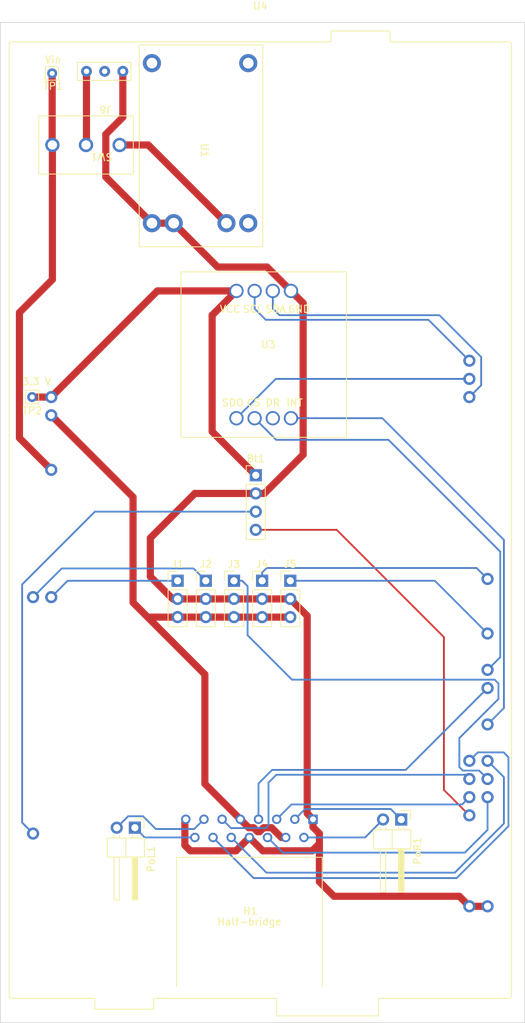
<source format=kicad_pcb>
(kicad_pcb (version 20211014) (generator pcbnew)
  (layers (0 "F.Cu" signal) (31 "B.Cu" power) (34 "B.Paste" user) (35 "F.Paste" user) (36 "B.SilkS" user "B.Silkscreen") (37 "F.SilkS" user "F.Silkscreen") (38 "B.Mask" user) (39 "F.Mask" user) (44 "Edge.Cuts" user))
  (net 0 "")
  (net 1 "GND")
  (net 2 "Net-(H1-Pad2)")
  (net 3 "Net-(H1-Pad3)")
  (net 4 "/3.3V")
  (net 5 "Net-(H1-Pad13)")
  (net 6 "Net-(H1-Pad14)")
  (net 7 "Net-(U3-Pad2)")
  (net 9 "Net-(U3-Pad4)")
  (net 10 "Net-(U3-Pad6)")
  (net 11 "Net-(U3-Pad7)")
  (net 12 "Net-(J3-Pad1)")
  (net 13 "/5V")
  (net 18 "/Vin")
  (net 19 "/chrg+")
  (net 20 "/Batt+")
  (net 21 "Net-(J2-Pad1)")
  (net 22 "Net-(Bt1-Pad3)")
  (net 23 "Net-(U3-Pad1)")
  (net 24 "Net-(J1-Pad1)")
  (net 25 "Net-(H1-Pad7)")
  (net 26 "Net-(H1-Pad12)")
  (net 27 "Net-(H1-Pad10)")
  (net 28 "Net-(H1-Pad11)")
  (net 29 "Net-(J4-Pad1)")
  (net 30 "Net-(H1-Pad5)")
  (net 31 "Net-(H1-Pad6)")
  (net 32 "Net-(Bt1-Pad4)")
  (net 33 "Net-(J5-Pad1)")
  (footprint "Connector_PinHeader_2.54mm:PinHeader_1x03_P2.54mm_Vertical" (layer "F.Cu") (at 126.746 110.744)
    (fp_text reference "J3" (at 0 -2.286) (layer "F.SilkS"))
    (fp_text value "IR_sensor")
    (fp_line (start -1.33 1.27) (end -1.33 6.41) (layer "F.SilkS") (width 0.12))
    (fp_line (start -1.33 6.41) (end 1.33 6.41) (layer "F.SilkS") (width 0.12))
    (fp_line (start -1.33 0) (end -1.33 -1.33) (layer "F.SilkS") (width 0.12))
    (fp_line (start -1.33 -1.33) (end 0 -1.33) (layer "F.SilkS") (width 0.12))
    (fp_line (start 1.33 1.27) (end 1.33 6.41) (layer "F.SilkS") (width 0.12))
    (fp_line (start -1.33 1.27) (end 1.33 1.27) (layer "F.SilkS") (width 0.12))
    (pad "1" thru_hole rect (at 0 0) (size 1.7 1.7) (drill 1) (layers *.Cu *.Mask) (net 12 "Net-(J3-Pad1)"))
    (pad "2" thru_hole oval (at 0 2.54) (size 1.7 1.7) (drill 1) (layers *.Cu *.Mask) (net 1 "GND"))
    (pad "3" thru_hole oval (at 0 5.08) (size 1.7 1.7) (drill 1) (layers *.Cu *.Mask) (net 13 "/5V"))
  )
  (footprint "Connector_PinHeader_2.54mm:PinHeader_1x02_P2.54mm_Horizontal" (layer "F.Cu") (at 112.908 145.234 -90)
    (fp_text reference "PoL1" (at 4.385 -2.27 90) (layer "F.SilkS"))
    (fp_text value "DC-motor_L")
    (fp_line (start 4.1 0.16) (end 10.1 0.16) (layer "F.SilkS") (width 0.12))
    (fp_line (start 1.44 3.87) (end 4.1 3.87) (layer "F.SilkS") (width 0.12))
    (fp_line (start 1.44 1.27) (end 4.1 1.27) (layer "F.SilkS") (width 0.12))
    (fp_line (start 1.042929 2.92) (end 1.44 2.92) (layer "F.SilkS") (width 0.12))
    (fp_line (start 1.11 -0.38) (end 1.44 -0.38) (layer "F.SilkS") (width 0.12))
    (fp_line (start 4.1 -0.32) (end 10.1 -0.32) (layer "F.SilkS") (width 0.12))
    (fp_line (start -1.27 0) (end -1.27 -1.27) (layer "F.SilkS") (width 0.12))
    (fp_line (start 10.1 0.38) (end 4.1 0.38) (layer "F.SilkS") (width 0.12))
    (fp_line (start 4.1 0.28) (end 10.1 0.28) (layer "F.SilkS") (width 0.12))
    (fp_line (start 1.042929 2.16) (end 1.44 2.16) (layer "F.SilkS") (width 0.12))
    (fp_line (start 4.1 -1.33) (end 1.44 -1.33) (layer "F.SilkS") (width 0.12))
    (fp_line (start 10.1 2.16) (end 10.1 2.92) (layer "F.SilkS") (width 0.12))
    (fp_line (start 4.1 3.87) (end 4.1 -1.33) (layer "F.SilkS") (width 0.12))
    (fp_line (start 10.1 2.92) (end 4.1 2.92) (layer "F.SilkS") (width 0.12))
    (fp_line (start -1.27 -1.27) (end 0 -1.27) (layer "F.SilkS") (width 0.12))
    (fp_line (start 1.44 -1.33) (end 1.44 3.87) (layer "F.SilkS") (width 0.12))
    (fp_line (start 4.1 -0.08) (end 10.1 -0.08) (layer "F.SilkS") (width 0.12))
    (fp_line (start 10.1 -0.38) (end 10.1 0.38) (layer "F.SilkS") (width 0.12))
    (fp_line (start 4.1 -0.38) (end 10.1 -0.38) (layer "F.SilkS") (width 0.12))
    (fp_line (start 4.1 0.04) (end 10.1 0.04) (layer "F.SilkS") (width 0.12))
    (fp_line (start 4.1 2.16) (end 10.1 2.16) (layer "F.SilkS") (width 0.12))
    (fp_line (start 1.11 0.38) (end 1.44 0.38) (layer "F.SilkS") (width 0.12))
    (fp_line (start 4.1 -0.2) (end 10.1 -0.2) (layer "F.SilkS") (width 0.12))
    (pad "1" thru_hole rect (at 0 0 270) (size 1.7 1.7) (drill 1) (layers *.Cu *.Mask) (net 6 "Net-(H1-Pad14)"))
    (pad "2" thru_hole oval (at 0 2.54 270) (size 1.7 1.7) (drill 1) (layers *.Cu *.Mask) (net 5 "Net-(H1-Pad13)"))
  )
  (footprint "Omat:GY-50" (layer "F.Cu") (at 119.348 90.713)
    (fp_text reference "U3" (at 12.192 -12.93 unlocked) (layer "F.SilkS"))
    (fp_text value "gy50")
    (fp_text user "INT" (at 15.875 -4.826 unlocked) (layer "F.SilkS"))
    (fp_text user "VCC" (at 6.858 -17.907 unlocked) (layer "F.SilkS"))
    (fp_text user "CS" (at 10.16 -4.826 unlocked) (layer "F.SilkS"))
    (fp_text user "SCL" (at 10.033 -17.907 unlocked) (layer "F.SilkS"))
    (fp_text user "DR" (at 12.827 -4.826 unlocked) (layer "F.SilkS"))
    (fp_text user "GND" (at 16.51 -17.907 unlocked) (layer "F.SilkS"))
    (fp_text user "SDA" (at 13.208 -17.907 unlocked) (layer "F.SilkS"))
    (fp_text user "SDO" (at 7.239 -4.826 unlocked) (layer "F.SilkS"))
    (fp_rect (start 0 0) (end 23.114 -23.114) (layer "F.SilkS") (width 0.12) (fill none))
    (pad "1" thru_hole circle (at 7.747 -2.667) (size 2 2) (drill 1.5) (layers *.Cu *.Mask) (net 23 "Net-(U3-Pad1)"))
    (pad "2" thru_hole circle (at 10.287 -2.667) (size 2 2) (drill 1.5) (layers *.Cu *.Mask) (net 7 "Net-(U3-Pad2)"))
    (pad "3" thru_hole circle (at 12.827 -2.667) (size 2 2) (drill 1.5) (layers *.Cu *.Mask))
    (pad "4" thru_hole circle (at 15.367 -2.667) (size 2 2) (drill 1.5) (layers *.Cu *.Mask) (net 9 "Net-(U3-Pad4)"))
    (pad "5" thru_hole circle (at 7.747 -20.447) (size 2 2) (drill 1.5) (layers *.Cu *.Mask) (net 4 "/3.3V"))
    (pad "6" thru_hole circle (at 10.287 -20.447) (size 2 2) (drill 1.5) (layers *.Cu *.Mask) (net 10 "Net-(U3-Pad6)"))
    (pad "7" thru_hole circle (at 12.827 -20.447) (size 2 2) (drill 1.5) (layers *.Cu *.Mask) (net 11 "Net-(U3-Pad7)"))
    (pad "8" thru_hole circle (at 15.367 -20.447) (size 2 2) (drill 1.5) (layers *.Cu *.Mask) (net 1 "GND"))
  )
  (footprint "Connector_Pin:Pin_D0.7mm_L6.5mm_W1.8mm_FlatFork" (layer "F.Cu") (at 101.346 39.881)
    (fp_text reference "TP1" (at 0.127 1.778) (layer "F.SilkS"))
    (fp_text value "TestPoint")
    (fp_line (start 0.9 0.95) (end 0.9 -0.9) (layer "F.SilkS") (width 0.12))
    (fp_line (start -0.95 0.95) (end 0.9 0.95) (layer "F.SilkS") (width 0.12))
    (fp_line (start 0.9 -0.9) (end 0.9 -0.95) (layer "F.SilkS") (width 0.12))
    (fp_line (start -0.95 -0.95) (end -0.95 0.95) (layer "F.SilkS") (width 0.12))
    (fp_line (start 0.9 -0.95) (end -0.95 -0.95) (layer "F.SilkS") (width 0.12))
    (pad "1" thru_hole circle (at 0 0) (size 1.4 1.4) (drill 0.7) (layers *.Cu *.Mask) (net 18 "/Vin"))
  )
  (footprint "Connector_PinHeader_2.54mm:PinHeader_1x04_P2.54mm_Vertical" (layer "F.Cu") (at 129.794 96.012)
    (fp_text reference "Bt1" (at 0 -2.33) (layer "F.SilkS"))
    (fp_text value "Bluetooth_module")
    (fp_line (start -1.33 8.95) (end 1.33 8.95) (layer "F.SilkS") (width 0.12))
    (fp_line (start -1.33 0) (end -1.33 -1.33) (layer "F.SilkS") (width 0.12))
    (fp_line (start 1.33 1.27) (end 1.33 8.95) (layer "F.SilkS") (width 0.12))
    (fp_line (start -1.33 -1.33) (end 0 -1.33) (layer "F.SilkS") (width 0.12))
    (fp_line (start -1.33 1.27) (end -1.33 8.95) (layer "F.SilkS") (width 0.12))
    (fp_line (start -1.33 1.27) (end 1.33 1.27) (layer "F.SilkS") (width 0.12))
    (pad "1" thru_hole rect (at 0 0) (size 1.7 1.7) (drill 1) (layers *.Cu *.Mask) (net 4 "/3.3V"))
    (pad "2" thru_hole oval (at 0 2.54) (size 1.7 1.7) (drill 1) (layers *.Cu *.Mask) (net 1 "GND"))
    (pad "3" thru_hole oval (at 0 5.08) (size 1.7 1.7) (drill 1) (layers *.Cu *.Mask) (net 22 "Net-(Bt1-Pad3)"))
    (pad "4" thru_hole oval (at 0 7.62) (size 1.7 1.7) (drill 1) (layers *.Cu *.Mask) (net 32 "Net-(Bt1-Pad4)"))
  )
  (footprint "Omat:SPDT" (layer "F.Cu") (at 112.681 45.818 180)
    (fp_text reference "SW1" (at 4.445 -5.715 180 unlocked) (layer "F.SilkS"))
    (fp_text value "Pwr_Sw")
    (fp_rect (start 0 0) (end 13.208 -8.128) (layer "F.SilkS") (width 0.12) (fill none))
    (pad "1" thru_hole circle (at 11.303 -4.064 180) (size 2 2) (drill 1.3) (layers *.Cu *.Mask) (net 18 "/Vin"))
    (pad "2" thru_hole circle (at 6.604 -4.064 180) (size 2 2) (drill 1.3) (layers *.Cu *.Mask) (net 20 "/Batt+"))
    (pad "3" thru_hole circle (at 1.905 -4.064 180) (size 2 2) (drill 1.3) (layers *.Cu *.Mask) (net 19 "/chrg+"))
  )
  (footprint "Connector_PinHeader_2.54mm:PinHeader_1x03_P2.54mm_Vertical" (layer "F.Cu") (at 122.809 110.744)
    (fp_text reference "J2" (at 0 -2.33) (layer "F.SilkS"))
    (fp_text value "IR_sensor")
    (fp_line (start 1.33 1.27) (end 1.33 6.41) (layer "F.SilkS") (width 0.12))
    (fp_line (start -1.33 1.27) (end -1.33 6.41) (layer "F.SilkS") (width 0.12))
    (fp_line (start -1.33 1.27) (end 1.33 1.27) (layer "F.SilkS") (width 0.12))
    (fp_line (start -1.33 6.41) (end 1.33 6.41) (layer "F.SilkS") (width 0.12))
    (fp_line (start -1.33 -1.33) (end 0 -1.33) (layer "F.SilkS") (width 0.12))
    (fp_line (start -1.33 0) (end -1.33 -1.33) (layer "F.SilkS") (width 0.12))
    (pad "1" thru_hole rect (at 0 0) (size 1.7 1.7) (drill 1) (layers *.Cu *.Mask) (net 21 "Net-(J2-Pad1)"))
    (pad "2" thru_hole oval (at 0 2.54) (size 1.7 1.7) (drill 1) (layers *.Cu *.Mask) (net 1 "GND"))
    (pad "3" thru_hole oval (at 0 5.08) (size 1.7 1.7) (drill 1) (layers *.Cu *.Mask) (net 13 "/5V"))
  )
  (footprint "Connector_PinHeader_2.54mm:PinHeader_1x03_P2.54mm_Vertical" (layer "F.Cu") (at 118.872 110.744)
    (fp_text reference "J1" (at 0 -2.33) (layer "F.SilkS"))
    (fp_text value "IR_sensor")
    (fp_line (start -1.33 0) (end -1.33 -1.33) (layer "F.SilkS") (width 0.12))
    (fp_line (start 1.33 1.27) (end 1.33 6.41) (layer "F.SilkS") (width 0.12))
    (fp_line (start -1.33 6.41) (end 1.33 6.41) (layer "F.SilkS") (width 0.12))
    (fp_line (start -1.33 1.27) (end -1.33 6.41) (layer "F.SilkS") (width 0.12))
    (fp_line (start -1.33 1.27) (end 1.33 1.27) (layer "F.SilkS") (width 0.12))
    (fp_line (start -1.33 -1.33) (end 0 -1.33) (layer "F.SilkS") (width 0.12))
    (pad "1" thru_hole rect (at 0 0) (size 1.7 1.7) (drill 1) (layers *.Cu *.Mask) (net 24 "Net-(J1-Pad1)"))
    (pad "2" thru_hole oval (at 0 2.54) (size 1.7 1.7) (drill 1) (layers *.Cu *.Mask) (net 1 "GND"))
    (pad "3" thru_hole oval (at 0 5.08) (size 1.7 1.7) (drill 1) (layers *.Cu *.Mask) (net 13 "/5V"))
  )
  (footprint "Connector_PinHeader_2.54mm:PinHeader_1x03_P2.54mm_Vertical" (layer "F.Cu") (at 134.62 110.744)
    (fp_text reference "J5" (at 0 -2.33) (layer "F.SilkS"))
    (fp_text value "IR_sensor")
    (fp_line (start -1.33 1.27) (end 1.33 1.27) (layer "F.SilkS") (width 0.12))
    (fp_line (start -1.33 6.41) (end 1.33 6.41) (layer "F.SilkS") (width 0.12))
    (fp_line (start -1.33 0) (end -1.33 -1.33) (layer "F.SilkS") (width 0.12))
    (fp_line (start -1.33 1.27) (end -1.33 6.41) (layer "F.SilkS") (width 0.12))
    (fp_line (start -1.33 -1.33) (end 0 -1.33) (layer "F.SilkS") (width 0.12))
    (fp_line (start 1.33 1.27) (end 1.33 6.41) (layer "F.SilkS") (width 0.12))
    (pad "1" thru_hole rect (at 0 0) (size 1.7 1.7) (drill 1) (layers *.Cu *.Mask) (net 33 "Net-(J5-Pad1)"))
    (pad "2" thru_hole oval (at 0 2.54) (size 1.7 1.7) (drill 1) (layers *.Cu *.Mask) (net 1 "GND"))
    (pad "3" thru_hole oval (at 0 5.08) (size 1.7 1.7) (drill 1) (layers *.Cu *.Mask) (net 13 "/5V"))
  )
  (footprint "Omat:TPS4056" (layer "F.Cu") (at 113.506 35.912 -90)
    (fp_text reference "U1" (at 14.732 -9.12 -90 unlocked) (layer "F.SilkS"))
    (fp_text value "pwr_mgr_1")
    (fp_rect (start 0 0) (end 28.194 -17.272) (layer "F.SilkS") (width 0.12) (fill none))
    (pad "1" thru_hole circle (at 24.892 -1.778 270) (size 2.54 2.54) (drill 1.5) (layers *.Cu *.Mask) (net 1 "GND"))
    (pad "2" thru_hole circle (at 24.892 -4.826 270) (size 2.54 2.54) (drill 1.5) (layers *.Cu *.Mask) (net 1 "GND"))
    (pad "3" thru_hole circle (at 24.892 -12.192 270) (size 2.54 2.54) (drill 1.5) (layers *.Cu *.Mask) (net 19 "/chrg+"))
    (pad "4" thru_hole circle (at 24.892 -15.24 270) (size 2.54 2.54) (drill 1.5) (layers *.Cu *.Mask))
    (pad "5" thru_hole circle (at 2.54 -1.778 270) (size 2.54 2.54) (drill 1.5) (layers *.Cu *.Mask))
    (pad "6" thru_hole circle (at 2.54 -15.24 270) (size 2.54 2.54) (drill 1.5) (layers *.Cu *.Mask))
  )
  (footprint "Connector_Pin:Pin_D0.7mm_L6.5mm_W1.8mm_FlatFork" (layer "F.Cu") (at 98.552 85.09)
    (fp_text reference "TP2" (at 0 1.905) (layer "F.SilkS"))
    (fp_text value "TestPoint")
    (fp_line (start -0.95 0.95) (end 0.9 0.95) (layer "F.SilkS") (width 0.12))
    (fp_line (start 0.9 -0.95) (end -0.95 -0.95) (layer "F.SilkS") (width 0.12))
    (fp_line (start -0.95 -0.95) (end -0.95 0.95) (layer "F.SilkS") (width 0.12))
    (fp_line (start 0.9 -0.9) (end 0.9 -0.95) (layer "F.SilkS") (width 0.12))
    (fp_line (start 0.9 0.95) (end 0.9 -0.9) (layer "F.SilkS") (width 0.12))
    (pad "1" thru_hole circle (at 0 0) (size 1.4 1.4) (drill 0.7) (layers *.Cu *.Mask) (net 4 "/3.3V"))
  )
  (footprint "Connector_PinHeader_2.54mm:PinHeader_1x02_P2.54mm_Horizontal" (layer "F.Cu") (at 150.119 144.091 -90)
    (fp_text reference "PoR1" (at 4.385 -2.27 90) (layer "F.SilkS"))
    (fp_text value "DC-motor_R")
    (fp_line (start 1.44 3.87) (end 4.1 3.87) (layer "F.SilkS") (width 0.12))
    (fp_line (start 10.1 2.16) (end 10.1 2.92) (layer "F.SilkS") (width 0.12))
    (fp_line (start 10.1 -0.38) (end 10.1 0.38) (layer "F.SilkS") (width 0.12))
    (fp_line (start 4.1 2.16) (end 10.1 2.16) (layer "F.SilkS") (width 0.12))
    (fp_line (start 10.1 2.92) (end 4.1 2.92) (layer "F.SilkS") (width 0.12))
    (fp_line (start 1.11 -0.38) (end 1.44 -0.38) (layer "F.SilkS") (width 0.12))
    (fp_line (start 4.1 -0.38) (end 10.1 -0.38) (layer "F.SilkS") (width 0.12))
    (fp_line (start 1.44 -1.33) (end 1.44 3.87) (layer "F.SilkS") (width 0.12))
    (fp_line (start 1.042929 2.92) (end 1.44 2.92) (layer "F.SilkS") (width 0.12))
    (fp_line (start 1.042929 2.16) (end 1.44 2.16) (layer "F.SilkS") (width 0.12))
    (fp_line (start 4.1 -0.08) (end 10.1 -0.08) (layer "F.SilkS") (width 0.12))
    (fp_line (start 4.1 0.28) (end 10.1 0.28) (layer "F.SilkS") (width 0.12))
    (fp_line (start 4.1 -0.32) (end 10.1 -0.32) (layer "F.SilkS") (width 0.12))
    (fp_line (start -1.27 0) (end -1.27 -1.27) (layer "F.SilkS") (width 0.12))
    (fp_line (start 4.1 0.16) (end 10.1 0.16) (layer "F.SilkS") (width 0.12))
    (fp_line (start 4.1 0.04) (end 10.1 0.04) (layer "F.SilkS") (width 0.12))
    (fp_line (start 4.1 -0.2) (end 10.1 -0.2) (layer "F.SilkS") (width 0.12))
    (fp_line (start 1.11 0.38) (end 1.44 0.38) (layer "F.SilkS") (width 0.12))
    (fp_line (start 1.44 1.27) (end 4.1 1.27) (layer "F.SilkS") (width 0.12))
    (fp_line (start -1.27 -1.27) (end 0 -1.27) (layer "F.SilkS") (width 0.12))
    (fp_line (start 10.1 0.38) (end 4.1 0.38) (layer "F.SilkS") (width 0.12))
    (fp_line (start 4.1 3.87) (end 4.1 -1.33) (layer "F.SilkS") (width 0.12))
    (fp_line (start 4.1 -1.33) (end 1.44 -1.33) (layer "F.SilkS") (width 0.12))
    (pad "1" thru_hole rect (at 0 0 270) (size 1.7 1.7) (drill 1) (layers *.Cu *.Mask) (net 3 "Net-(H1-Pad3)"))
    (pad "2" thru_hole oval (at 0 2.54 270) (size 1.7 1.7) (drill 1) (layers *.Cu *.Mask) (net 2 "Net-(H1-Pad2)"))
  )
  (footprint "Omat:Connector_3pin" (layer "F.Cu") (at 112.3635 38.325 180)
    (fp_text reference "J6" (at 3.556 -6.58 180 unlocked) (layer "F.SilkS"))
    (fp_text value "BATT")
    (fp_rect (start 0 0) (end 7.493 -2.54) (layer "F.SilkS") (width 0.12) (fill none))
    (pad "1" thru_hole circle (at 1.143 -1.27 180) (size 1.524 1.524) (drill 0.762) (layers *.Cu *.Mask) (net 1 "GND"))
    (pad "2" thru_hole circle (at 3.683 -1.27 180) (size 1.524 1.524) (drill 0.762) (layers *.Cu *.Mask))
    (pad "3" thru_hole circle (at 6.223 -1.27 180) (size 1.524 1.524) (drill 0.762) (layers *.Cu *.Mask) (net 20 "/Batt+"))
  )
  (footprint "Omat:L298HN" (layer "F.Cu") (at 137.795 144.0591 180)
    (fp_text reference "H1" (at 8.763 -12.827 180) (layer "F.SilkS"))
    (fp_text value "Half-bridge" (at 8.89 -14.3129 180) (layer "F.SilkS"))
    (fp_line (start 19.0754 -5.3086) (end 19.0754 -23.3172) (layer "F.SilkS") (width 0.12))
    (fp_line (start -1.2954 -23.3172) (end -1.2954 -5.3086) (layer "F.SilkS") (width 0.12))
    (fp_line (start -1.2954 -5.3086) (end 19.0754 -5.3086) (layer "F.SilkS") (width 0.12))
    (pad "1" thru_hole rect (at 0 0 180) (size 1.3208 1.3208) (drill 0.8128) (layers *.Cu *.Mask) (net 1 "GND"))
    (pad "2" thru_hole circle (at 1.27 -2.54 180) (size 1.3208 1.3208) (drill 0.8128) (layers *.Cu *.Mask) (net 2 "Net-(H1-Pad2)"))
    (pad "3" thru_hole circle (at 2.54 0 180) (size 1.3208 1.3208) (drill 0.8128) (layers *.Cu *.Mask) (net 3 "Net-(H1-Pad3)"))
    (pad "4" thru_hole circle (at 3.81 -2.54 180) (size 1.3208 1.3208) (drill 0.8128) (layers *.Cu *.Mask) (net 13 "/5V"))
    (pad "5" thru_hole circle (at 5.08 0 180) (size 1.3208 1.3208) (drill 0.8128) (layers *.Cu *.Mask) (net 30 "Net-(H1-Pad5)"))
    (pad "6" thru_hole circle (at 6.35 -2.54 180) (size 1.3208 1.3208) (drill 0.8128) (layers *.Cu *.Mask) (net 31 "Net-(H1-Pad6)"))
    (pad "7" thru_hole circle (at 7.62 0 180) (size 1.3208 1.3208) (drill 0.8128) (layers *.Cu *.Mask) (net 25 "Net-(H1-Pad7)"))
    (pad "8" thru_hole circle (at 8.89 -2.54 180) (size 1.3208 1.3208) (drill 0.8128) (layers *.Cu *.Mask) (net 1 "GND"))
    (pad "9" thru_hole circle (at 10.16 0 180) (size 1.3208 1.3208) (drill 0.8128) (layers *.Cu *.Mask) (net 13 "/5V"))
    (pad "10" thru_hole circle (at 11.43 -2.54 180) (size 1.3208 1.3208) (drill 0.8128) (layers *.Cu *.Mask) (net 27 "Net-(H1-Pad10)"))
    (pad "11" thru_hole circle (at 12.7 0 180) (size 1.3208 1.3208) (drill 0.8128) (layers *.Cu *.Mask) (net 28 "Net-(H1-Pad11)"))
    (pad "12" thru_hole circle (at 13.97 -2.54 180) (size 1.3208 1.3208) (drill 0.8128) (layers *.Cu *.Mask) (net 26 "Net-(H1-Pad12)"))
    (pad "13" thru_hole circle (at 15.24 0 180) (size 1.3208 1.3208) (drill 0.8128) (layers *.Cu *.Mask) (net 5 "Net-(H1-Pad13)"))
    (pad "14" thru_hole circle (at 16.51 -2.54 180) (size 1.3208 1.3208) (drill 0.8128) (layers *.Cu *.Mask) (net 6 "Net-(H1-Pad14)"))
    (pad "15" thru_hole circle (at 17.78 0 180) (size 1.3208 1.3208) (drill 0.8128) (layers *.Cu *.Mask) (net 1 "GND"))
  )
  (footprint "Omat:ST_Morpho_Connector_144_STLink_MountingHoles_modded" (layer "F.Cu") (at 98.679 67.313)
    (fp_text reference "U4" (at 31.75 -36.83) (layer "F.SilkS"))
    (fp_text value "NUCLEO144-F429ZI")
    (fp_line (start 49.86 -31.84) (end 66.45 -31.84) (layer "F.SilkS") (width 0.12))
    (fp_line (start 8.64 101.76) (end 8.64 103.27) (layer "F.SilkS") (width 0.12))
    (fp_line (start 41.64 -31.84) (end -2.95 -31.84) (layer "F.SilkS") (width 0.12))
    (fp_line (start 8.64 101.76) (end -2.95 101.76) (layer "F.SilkS") (width 0.12))
    (fp_line (start 48.26 101.76) (end 66.45 101.76) (layer "F.SilkS") (width 0.12))
    (fp_line (start 49.86 -33.35) (end 49.86 -31.84) (layer "F.SilkS") (width 0.12))
    (fp_line (start 8.64 103.27) (end 16.86 103.27) (layer "F.SilkS") (width 0.12))
    (fp_line (start 34.04 104.21) (end 34.04 101.76) (layer "F.SilkS") (width 0.12))
    (fp_line (start 16.86 103.27) (end 16.86 101.75) (layer "F.SilkS") (width 0.12))
    (fp_line (start 48.26 101.76) (end 48.26 104.21) (layer "F.SilkS") (width 0.12))
    (fp_line (start 41.64 -31.84) (end 41.64 -33.35) (layer "F.SilkS") (width 0.12))
    (fp_line (start 41.64 -33.35) (end 49.86 -33.35) (layer "F.SilkS") (width 0.12))
    (fp_line (start 66.85 101.36) (end 66.85 -31.44) (layer "F.SilkS") (width 0.12))
    (fp_line (start -3.35 -31.44) (end -3.35 101.36) (layer "F.SilkS") (width 0.12))
    (fp_line (start 48.26 104.21) (end 34.04 104.21) (layer "F.SilkS") (width 0.12))
    (fp_line (start 34.04 101.76) (end 16.86 101.75) (layer "F.SilkS") (width 0.12))
    (fp_arc (start 66.45 -31.84) (mid 66.732843 -31.722843) (end 66.85 -31.44) (layer "F.SilkS") (width 0.12))
    (fp_arc (start -3.35 -31.44) (mid -3.232843 -31.722843) (end -2.95 -31.84) (layer "F.SilkS") (width 0.12))
    (fp_arc (start -2.95 101.76) (mid -3.232843 101.642843) (end -3.35 101.36) (layer "F.SilkS") (width 0.12))
    (fp_arc (start 66.85 101.36) (mid 66.732843 101.642843) (end 66.45 101.76) (layer "F.SilkS") (width 0.12))
    (pad "" np_thru_hole circle (at 40.55 48.3) (size 3 3) (drill 3) (layers *.Cu *.Mask))
    (pad "" np_thru_hole circle (at 55.9 -2.5) (size 3 3) (drill 3) (layers *.Cu *.Mask))
    (pad "" np_thru_hole circle (at 8.89 72.39) (size 3 3) (drill 3) (layers *.Cu *.Mask))
    (pad "" np_thru_hole circle (at 7.62 -3.81) (size 3 3) (drill 3) (layers *.Cu *.Mask))
    (pad "" np_thru_hole circle (at 54.6 72.4) (size 3 3) (drill 3) (layers *.Cu *.Mask))
    (pad "16" thru_hole circle (at 2.54 17.78) (size 1.7 1.7) (drill 1) (layers *.Cu *.Mask) (net 4 "/3.3V"))
    (pad "18" thru_hole circle (at 2.54 20.32) (size 1.7 1.7) (drill 1) (layers *.Cu *.Mask) (net 13 "/5V"))
    (pad "24" thru_hole circle (at 2.54 27.94) (size 1.7 1.7) (drill 1) (layers *.Cu *.Mask) (net 18 "/Vin"))
    (pad "37" thru_hole circle (at 0 45.72) (size 1.7 1.7) (drill 1) (layers *.Cu *.Mask) (net 21 "Net-(J2-Pad1)"))
    (pad "38" thru_hole circle (at 2.54 45.72) (size 1.7 1.7) (drill 1) (layers *.Cu *.Mask) (net 24 "Net-(J1-Pad1)"))
    (pad "63" thru_hole circle (at 0 78.74) (size 1.7 1.7) (drill 1) (layers *.Cu *.Mask) (net 22 "Net-(Bt1-Pad3)"))
    (pad "83" thru_hole circle (at 60.96 12.7) (size 1.7 1.7) (drill 1) (layers *.Cu *.Mask) (net 10 "Net-(U3-Pad6)"))
    (pad "85" thru_hole circle (at 60.96 15.24) (size 1.7 1.7) (drill 1) (layers *.Cu *.Mask) (net 23 "Net-(U3-Pad1)"))
    (pad "87" thru_hole circle (at 60.96 17.78) (size 1.7 1.7) (drill 1) (layers *.Cu *.Mask) (net 11 "Net-(U3-Pad7)"))
    (pad "108" thru_hole circle (at 63.5 43.18) (size 1.7 1.7) (drill 1) (layers *.Cu *.Mask) (net 29 "Net-(J4-Pad1)"))
    (pad "114" thru_hole circle (at 63.5 50.8) (size 1.7 1.7) (drill 1) (layers *.Cu *.Mask) (net 33 "Net-(J5-Pad1)"))
    (pad "118" thru_hole circle (at 63.5 55.88) (size 1.7 1.7) (drill 1) (layers *.Cu *.Mask) (net 7 "Net-(U3-Pad2)"))
    (pad "120" thru_hole circle (at 63.5 58.42) (size 1.7 1.7) (drill 1) (layers *.Cu *.Mask) (net 25 "Net-(H1-Pad7)"))
    (pad "124" thru_hole circle (at 63.5 63.5) (size 1.7 1.7) (drill 1) (layers *.Cu *.Mask) (net 9 "Net-(U3-Pad4)"))
    (pad "127" thru_hole circle (at 60.96 68.58) (size 1.7 1.7) (drill 1) (layers *.Cu *.Mask) (net 26 "Net-(H1-Pad12)"))
    (pad "128" thru_hole circle (at 63.5 68.58) (size 1.7 1.7) (drill 1) (layers *.Cu *.Mask) (net 27 "Net-(H1-Pad10)"))
    (pad "129" thru_hole circle (at 60.96 71.12) (size 1.7 1.7) (drill 1) (layers *.Cu *.Mask) (net 28 "Net-(H1-Pad11)"))
    (pad "130" thru_hole circle (at 63.5 71.12) (size 1.7 1.7) (drill 1) (layers *.Cu *.Mask) (net 12 "Net-(J3-Pad1)"))
    (pad "131" thru_hole circle (at 60.96 73.66) (size 1.7 1.7) (drill 1) (layers *.Cu *.Mask) (net 30 "Net-(H1-Pad5)"))
    (pad "132" thru_hole circle (at 63.5 73.66) (size 1.7 1.7) (drill 1) (layers *.Cu *.Mask) (net 31 "Net-(H1-Pad6)"))
    (pad "133" thru_hole circle (at 60.96 76.2) (size 1.7 1.7) (drill 1) (layers *.Cu *.Mask) (net 32 "Net-(Bt1-Pad4)"))
    (pad "143" thru_hole circle (at 60.96 88.9) (size 1.7 1.7) (drill 1) (layers *.Cu *.Mask) (net 1 "GND"))
    (pad "144" thru_hole circle (at 63.5 88.9) (size 1.7 1.7) (drill 1) (layers *.Cu *.Mask) (net 1 "GND"))
  )
  (footprint "Connector_PinHeader_2.54mm:PinHeader_1x03_P2.54mm_Vertical" (layer "F.Cu") (at 130.683 110.744)
    (fp_text reference "J4" (at 0 -2.33) (layer "F.SilkS"))
    (fp_text value "IR_sensor")
    (fp_line (start 1.33 1.27) (end 1.33 6.41) (layer "F.SilkS") (width 0.12))
    (fp_line (start -1.33 1.27) (end -1.33 6.41) (layer "F.SilkS") (width 0.12))
    (fp_line (start -1.33 -1.33) (end 0 -1.33) (layer "F.SilkS") (width 0.12))
    (fp_line (start -1.33 6.41) (end 1.33 6.41) (layer "F.SilkS") (width 0.12))
    (fp_line (start -1.33 0) (end -1.33 -1.33) (layer "F.SilkS") (width 0.12))
    (fp_line (start -1.33 1.27) (end 1.33 1.27) (layer "F.SilkS") (width 0.12))
    (pad "1" thru_hole rect (at 0 0) (size 1.7 1.7) (drill 1) (layers *.Cu *.Mask) (net 29 "Net-(J4-Pad1)"))
    (pad "2" thru_hole oval (at 0 2.54) (size 1.7 1.7) (drill 1) (layers *.Cu *.Mask) (net 1 "GND"))
    (pad "3" thru_hole oval (at 0 5.08) (size 1.7 1.7) (drill 1) (layers *.Cu *.Mask) (net 13 "/5V"))
  )
  (gr_rect (start 94.107 32.769) (end 167.386 172.469) (layer "Edge.Cuts") (width 0.1) (fill none))
  (gr_text "Vin" (at 101.473 37.973) (layer "F.SilkS") (effects (font (size 1 1))))
  (gr_text "3.3 V" (at 99.187 82.931) (layer "F.SilkS") (effects (font (size 1 1))))
  (segment (start 136.414511 93.13357) (end 136.414511 71.965511) (width 1) (layer "F.Cu") (net 1))
  (segment (start 138.684 147.45) (end 138.684 152.781) (width 1) (layer "F.Cu") (net 1))
  (segment (start 115.062 110.160022) (end 118.185978 113.284) (width 1) (layer "F.Cu") (net 1))
  (segment (start 108.839 54.359) (end 115.284 60.804) (width 1) (layer "F.Cu") (net 1))
  (segment (start 129.794 98.552) (end 121.285 98.552) (width 1) (layer "F.Cu") (net 1))
  (segment (start 111.2205 39.595) (end 111.2205 46.0085) (width 1) (layer "F.Cu") (net 1))
  (segment (start 115.062 104.775) (end 115.062 110.160022) (width 1) (layer "F.Cu") (net 1))
  (segment (start 134.62 113.284) (end 136.979479 115.643479) (width 1) (layer "F.Cu") (net 1))
  (segment (start 130.996081 98.552) (end 136.414511 93.13357) (width 1) (layer "F.Cu") (net 1))
  (segment (start 122.809 113.284) (end 126.746 113.284) (width 1) (layer "F.Cu") (net 1))
  (segment (start 118.185978 113.284) (end 118.872 113.284) (width 1) (layer "F.Cu") (net 1))
  (segment (start 130.683 113.284) (end 134.62 113.284) (width 1) (layer "F.Cu") (net 1))
  (segment (start 111.2205 46.0085) (end 108.839 48.39) (width 1) (layer "F.Cu") (net 1))
  (segment (start 126.746 113.284) (end 130.683 113.284) (width 1) (layer "F.Cu") (net 1))
  (segment (start 136.979479 143.243579) (end 137.795 144.0591) (width 1) (layer "F.Cu") (net 1))
  (segment (start 140.716 154.813) (end 158.239 154.813) (width 1) (layer "F.Cu") (net 1))
  (segment (start 137.795 145.164) (end 138.684 146.053) (width 1) (layer "F.Cu") (net 1))
  (segment (start 129.794 98.552) (end 130.996081 98.552) (width 1) (layer "F.Cu") (net 1))
  (segment (start 119.888 147.704) (end 119.888 144.1861) (width 1) (layer "F.Cu") (net 1))
  (segment (start 130.7719 148.466) (end 128.905 146.5991) (width 1) (layer "F.Cu") (net 1))
  (segment (start 138.684 147.45) (end 137.668 148.466) (width 1) (layer "F.Cu") (net 1))
  (segment (start 121.285 98.552) (end 115.062 104.775) (width 1) (layer "F.Cu") (net 1))
  (segment (start 137.795 144.0591) (end 137.795 145.164) (width 1) (layer "F.Cu") (net 1))
  (segment (start 128.905 146.5991) (end 127.0381 148.466) (width 1) (layer "F.Cu") (net 1))
  (segment (start 119.888 144.1861) (end 120.015 144.0591) (width 1) (layer "F.Cu") (net 1))
  (segment (start 108.839 48.39) (end 108.839 54.359) (width 1) (layer "F.Cu") (net 1))
  (segment (start 118.872 113.284) (end 122.809 113.284) (width 1) (layer "F.Cu") (net 1))
  (segment (start 136.414511 71.965511) (end 134.715 70.266) (width 1) (layer "F.Cu") (net 1))
  (segment (start 131.381 66.932) (end 124.46 66.932) (width 1) (layer "F.Cu") (net 1))
  (segment (start 159.639 156.213) (end 162.179 156.213) (width 1) (layer "F.Cu") (net 1))
  (segment (start 136.979479 115.643479) (end 136.979479 143.243579) (width 1) (layer "F.Cu") (net 1))
  (segment (start 158.239 154.813) (end 159.639 156.213) (width 1) (layer "F.Cu") (net 1))
  (segment (start 138.684 152.781) (end 140.716 154.813) (width 1) (layer "F.Cu") (net 1))
  (segment (start 138.684 146.053) (end 138.684 147.45) (width 1) (layer "F.Cu") (net 1))
  (segment (start 124.46 66.932) (end 118.332 60.804) (width 1) (layer "F.Cu") (net 1))
  (segment (start 137.668 148.466) (end 130.7719 148.466) (width 1) (layer "F.Cu") (net 1))
  (segment (start 115.284 60.804) (end 118.332 60.804) (width 1) (layer "F.Cu") (net 1))
  (segment (start 134.715 70.266) (end 131.381 66.932) (width 1) (layer "F.Cu") (net 1))
  (segment (start 120.65 148.466) (end 119.888 147.704) (width 1) (layer "F.Cu") (net 1))
  (segment (start 127.0381 148.466) (end 120.65 148.466) (width 1) (layer "F.Cu") (net 1))
  (segment (start 145.0709 146.5991) (end 147.579 144.091) (width 0.25) (layer "B.Cu") (net 2))
  (segment (start 136.525 146.5991) (end 145.0709 146.5991) (width 0.25) (layer "B.Cu") (net 2))
  (segment (start 150.119 144.091) (end 148.649 142.621) (width 0.25) (layer "B.Cu") (net 3))
  (segment (start 136.6931 142.621) (end 135.255 144.0591) (width 0.25) (layer "B.Cu") (net 3))
  (segment (start 148.649 142.621) (end 136.6931 142.621) (width 0.25) (layer "B.Cu") (net 3))
  (segment (start 116.046 70.266) (end 101.219 85.093) (width 1) (layer "F.Cu") (net 4))
  (segment (start 123.701 73.66) (end 127.095 70.266) (width 1) (layer "F.Cu") (net 4))
  (segment (start 101.219 85.093) (end 98.555 85.093) (width 1) (layer "F.Cu") (net 4))
  (segment (start 98.555 85.093) (end 98.552 85.09) (width 1) (layer "F.Cu") (net 4))
  (segment (start 129.794 96.012) (end 123.698 89.916) (width 1) (layer "F.Cu") (net 4))
  (segment (start 123.698 73.66) (end 123.701 73.66) (width 1) (layer "F.Cu") (net 4))
  (segment (start 127.095 70.266) (end 116.046 70.266) (width 1) (layer "F.Cu") (net 4))
  (segment (start 123.698 89.916) (end 123.698 73.66) (width 1) (layer "F.Cu") (net 4))
  (segment (start 122.555 144.0591) (end 121.1961 145.418) (width 0.25) (layer "B.Cu") (net 5))
  (segment (start 111.962 143.64) (end 110.368 145.234) (width 0.25) (layer "B.Cu") (net 5))
  (segment (start 115.824 145.418) (end 114.046 143.64) (width 0.25) (layer "B.Cu") (net 5))
  (segment (start 121.1961 145.418) (end 115.824 145.418) (width 0.25) (layer "B.Cu") (net 5))
  (segment (start 114.046 143.64) (end 111.962 143.64) (width 0.25) (layer "B.Cu") (net 5))
  (segment (start 121.285 146.5991) (end 114.2731 146.5991) (width 0.25) (layer "B.Cu") (net 6))
  (segment (start 114.2731 146.5991) (end 112.908 145.234) (width 0.25) (layer "B.Cu") (net 6))
  (segment (start 132.651 91.062) (end 129.635 88.046) (width 0.25) (layer "B.Cu") (net 7))
  (segment (start 162.179 123.193) (end 163.957 121.415) (width 0.25) (layer "B.Cu") (net 7))
  (segment (start 163.957 106.683) (end 148.336 91.062) (width 0.25) (layer "B.Cu") (net 7))
  (segment (start 148.336 91.062) (end 132.651 91.062) (width 0.25) (layer "B.Cu") (net 7))
  (segment (start 163.957 121.415) (end 163.957 106.683) (width 0.25) (layer "B.Cu") (net 7))
  (segment (start 164.465 105.032) (end 147.479 88.046) (width 0.25) (layer "B.Cu") (net 9))
  (segment (start 164.465 128.527) (end 164.465 105.032) (width 0.25) (layer "B.Cu") (net 9))
  (segment (start 162.179 130.813) (end 164.465 128.527) (width 0.25) (layer "B.Cu") (net 9))
  (segment (start 147.479 88.046) (end 134.715 88.046) (width 0.25) (layer "B.Cu") (net 9))
  (segment (start 153.924 74.298) (end 131.191 74.298) (width 0.25) (layer "B.Cu") (net 10))
  (segment (start 159.639 80.013) (end 153.924 74.298) (width 0.25) (layer "B.Cu") (net 10))
  (segment (start 129.635 72.742) (end 131.191 74.298) (width 0.25) (layer "B.Cu") (net 10))
  (segment (start 129.635 70.266) (end 129.635 72.742) (width 0.25) (layer "B.Cu") (net 10))
  (segment (start 133.096 73.66) (end 155.448 73.66) (width 0.25) (layer "B.Cu") (net 11))
  (segment (start 155.448 73.66) (end 161.29 79.502) (width 0.25) (layer "B.Cu") (net 11))
  (segment (start 161.29 83.442) (end 161.101 83.631) (width 0.25) (layer "B.Cu") (net 11))
  (segment (start 132.175 70.266) (end 132.175 72.739) (width 0.25) (layer "B.Cu") (net 11))
  (segment (start 161.29 79.502) (end 161.29 83.442) (width 0.25) (layer "B.Cu") (net 11))
  (segment (start 132.175 72.739) (end 133.096 73.66) (width 0.25) (layer "B.Cu") (net 11))
  (segment (start 159.639 85.093) (end 161.101 83.631) (width 0.25) (layer "B.Cu") (net 11))
  (segment (start 127.889 110.744) (end 128.651 111.506) (width 0.25) (layer "B.Cu") (net 12))
  (segment (start 128.651 111.506) (end 128.651 118.364) (width 0.25) (layer "B.Cu") (net 12))
  (segment (start 163.166489 124.558489) (end 163.703 125.095) (width 0.25) (layer "B.Cu") (net 12))
  (segment (start 158.242 132.715) (end 158.242 136.779) (width 0.25) (layer "B.Cu") (net 12))
  (segment (start 162.080511 124.558489) (end 163.166489 124.558489) (width 0.25) (layer "B.Cu") (net 12))
  (segment (start 158.721489 137.258489) (end 161.004489 137.258489) (width 0.25) (layer "B.Cu") (net 12))
  (segment (start 134.845489 124.558489) (end 162.080511 124.558489) (width 0.25) (layer "B.Cu") (net 12))
  (segment (start 126.746 110.744) (end 127.889 110.744) (width 0.25) (layer "B.Cu") (net 12))
  (segment (start 163.703 127.254) (end 158.242 132.715) (width 0.25) (layer "B.Cu") (net 12))
  (segment (start 163.703 125.095) (end 163.703 127.254) (width 0.25) (layer "B.Cu") (net 12))
  (segment (start 161.004489 137.258489) (end 162.179 138.433) (width 0.25) (layer "B.Cu") (net 12))
  (segment (start 128.651 118.364) (end 134.845489 124.558489) (width 0.25) (layer "B.Cu") (net 12))
  (segment (start 158.242 136.779) (end 158.721489 137.258489) (width 0.25) (layer "B.Cu") (net 12))
  (segment (start 128.815089 145.239189) (end 129.488189 145.239189) (width 1) (layer "F.Cu") (net 13))
  (segment (start 112.646 99.06) (end 101.219 87.633) (width 1) (layer "F.Cu") (net 13))
  (segment (start 130.683 115.824) (end 134.62 115.824) (width 1) (layer "F.Cu") (net 13))
  (segment (start 126.746 115.824) (end 130.683 115.824) (width 1) (layer "F.Cu") (net 13))
  (segment (start 130.881705 145.239189) (end 132.008295 145.239189) (width 1) (layer "F.Cu") (net 13))
  (segment (start 126.21745 142.64155) (end 127.635 144.0591) (width 1) (layer "F.Cu") (net 13))
  (segment (start 118.872 115.824) (end 122.809 115.824) (width 1) (layer "F.Cu") (net 13))
  (segment (start 122.809 115.824) (end 126.746 115.824) (width 1) (layer "F.Cu") (net 13))
  (segment (start 129.488189 145.239189) (end 130.048 145.799) (width 1) (layer "F.Cu") (net 13))
  (segment (start 122.682 139.1061) (end 126.21745 142.64155) (width 1) (layer "F.Cu") (net 13))
  (segment (start 133.368206 146.5991) (end 133.985 146.5991) (width 1) (layer "F.Cu") (net 13))
  (segment (start 114.681 115.824) (end 118.872 115.824) (width 1) (layer "F.Cu") (net 13))
  (segment (start 114.681 115.824) (end 112.646 113.789) (width 1) (layer "F.Cu") (net 13))
  (segment (start 127.635 144.0591) (end 128.815089 145.239189) (width 1) (layer "F.Cu") (net 13))
  (segment (start 130.321894 145.799) (end 130.881705 145.239189) (width 1) (layer "F.Cu") (net 13))
  (segment (start 132.008295 145.239189) (end 133.368206 146.5991) (width 1) (layer "F.Cu") (net 13))
  (segment (start 130.048 145.799) (end 130.321894 145.799) (width 1) (layer "F.Cu") (net 13))
  (segment (start 122.682 123.825) (end 114.681 115.824) (width 1) (layer "F.Cu") (net 13))
  (segment (start 112.646 113.789) (end 112.646 99.06) (width 1) (layer "F.Cu") (net 13))
  (segment (start 122.682 139.1061) (end 122.682 123.825) (width 1) (layer "F.Cu") (net 13))
  (segment (start 96.774 90.808) (end 101.219 95.253) (width 1) (layer "F.Cu") (net 18))
  (segment (start 101.378 68.678) (end 96.774 73.282) (width 1) (layer "F.Cu") (net 18))
  (segment (start 96.774 73.282) (end 96.774 90.808) (width 1) (layer "F.Cu") (net 18))
  (segment (start 101.378 49.882) (end 101.378 68.678) (width 1) (layer "F.Cu") (net 18))
  (segment (start 101.346 39.881) (end 101.346 49.85) (width 1) (layer "F.Cu") (net 18))
  (segment (start 101.346 49.85) (end 101.378 49.882) (width 1) (layer "F.Cu") (net 18))
  (segment (start 110.776 49.882) (end 114.776 49.882) (width 1) (layer "F.Cu") (net 19))
  (segment (start 114.776 49.882) (end 125.698 60.804) (width 1) (layer "F.Cu") (net 19))
  (segment (start 106.1405 49.8185) (end 106.077 49.882) (width 1) (layer "F.Cu") (net 20))
  (segment (start 106.1405 39.595) (end 106.1405 49.8185) (width 1) (layer "F.Cu") (net 20))
  (segment (start 122.809 110.744) (end 121.096 109.031) (width 0.25) (layer "B.Cu") (net 21))
  (segment (start 121.096 109.031) (end 102.681 109.031) (width 0.25) (layer "B.Cu") (net 21))
  (segment (start 98.679 113.033) (end 102.681 109.031) (width 0.25) (layer "B.Cu") (net 21))
  (segment (start 107.315 101.092) (end 97.155 111.252) (width 0.25) (layer "B.Cu") (net 22))
  (segment (start 97.155 111.252) (end 97.155 144.529) (width 0.25) (layer "B.Cu") (net 22))
  (segment (start 129.794 101.092) (end 107.315 101.092) (width 0.25) (layer "B.Cu") (net 22))
  (segment (start 97.155 144.529) (end 98.679 146.053) (width 0.25) (layer "B.Cu") (net 22))
  (segment (start 127.095 88.046) (end 132.588 82.553) (width 0.25) (layer "B.Cu") (net 23))
  (segment (start 132.588 82.553) (end 159.639 82.553) (width 0.25) (layer "B.Cu") (net 23))
  (segment (start 103.508 110.744) (end 101.219 113.033) (width 0.25) (layer "B.Cu") (net 24))
  (segment (start 118.872 110.744) (end 103.508 110.744) (width 0.25) (layer "B.Cu") (net 24))
  (segment (start 130.175 144.0591) (end 130.175 139.068) (width 0.25) (layer "B.Cu") (net 25))
  (segment (start 130.175 139.068) (end 132.08 137.163) (width 0.25) (layer "B.Cu") (net 25))
  (segment (start 162.179 125.733) (end 150.749 137.163) (width 0.25) (layer "B.Cu") (net 25))
  (segment (start 132.08 137.163) (end 150.749 137.163) (width 0.25) (layer "B.Cu") (net 25))
  (segment (start 165.1 135.385) (end 164.433489 134.718489) (width 0.25) (layer "B.Cu") (net 26))
  (segment (start 165.1 145.034) (end 165.1 135.385) (width 0.25) (layer "B.Cu") (net 26))
  (segment (start 160.813511 134.718489) (end 159.639 135.893) (width 0.25) (layer "B.Cu") (net 26))
  (segment (start 123.825 146.5991) (end 129.4989 152.273) (width 0.25) (layer "B.Cu") (net 26))
  (segment (start 157.861 152.273) (end 165.1 145.034) (width 0.25) (layer "B.Cu") (net 26))
  (segment (start 129.4989 152.273) (end 134.496 152.273) (width 0.25) (layer "B.Cu") (net 26))
  (segment (start 164.433489 134.718489) (end 160.813511 134.718489) (width 0.25) (layer "B.Cu") (net 26))
  (segment (start 134.493 152.273) (end 157.861 152.273) (width 0.25) (layer "B.Cu") (net 26))
  (segment (start 126.365 146.5991) (end 131.2799 151.514) (width 0.25) (layer "B.Cu") (net 27))
  (segment (start 157.604 151.514) (end 164.465 144.653) (width 0.25) (layer "B.Cu") (net 27))
  (segment (start 164.465 138.179) (end 162.179 135.893) (width 0.25) (layer "B.Cu") (net 27))
  (segment (start 164.465 144.653) (end 164.465 138.179) (width 0.25) (layer "B.Cu") (net 27))
  (segment (start 131.2799 151.514) (end 157.604 151.514) (width 0.25) (layer "B.Cu") (net 27))
  (segment (start 159.044479 137.838479) (end 159.639 138.433) (width 0.25) (layer "B.Cu") (net 28))
  (segment (start 126.3269 145.291) (end 131.191 145.291) (width 0.25) (layer "B.Cu") (net 28))
  (segment (start 131.572 144.91) (end 131.572 138.941) (width 0.25) (layer "B.Cu") (net 28))
  (segment (start 131.191 145.291) (end 131.572 144.91) (width 0.25) (layer "B.Cu") (net 28))
  (segment (start 132.674521 137.838479) (end 159.044479 137.838479) (width 0.25) (layer "B.Cu") (net 28))
  (segment (start 125.095 144.0591) (end 126.3269 145.291) (width 0.25) (layer "B.Cu") (net 28))
  (segment (start 131.572 138.941) (end 132.674521 137.838479) (width 0.25) (layer "B.Cu") (net 28))
  (segment (start 130.683 110.744) (end 130.683 109.601) (width 0.25) (layer "B.Cu") (net 29))
  (segment (start 131.318 108.966) (end 160.652 108.966) (width 0.25) (layer "B.Cu") (net 29))
  (segment (start 130.683 109.601) (end 131.318 108.966) (width 0.25) (layer "B.Cu") (net 29))
  (segment (start 160.652 108.966) (end 162.179 110.493) (width 0.25) (layer "B.Cu") (net 29))
  (segment (start 132.715 144.0591) (end 134.7851 141.989) (width 0.25) (layer "B.Cu") (net 30))
  (segment (start 134.7851 141.989) (end 158.623 141.989) (width 0.25) (layer "B.Cu") (net 30))
  (segment (start 158.623 141.989) (end 159.639 140.973) (width 0.25) (layer "B.Cu") (net 30))
  (segment (start 131.445 146.5991) (end 133.5629 148.717) (width 0.25) (layer "B.Cu") (net 31))
  (segment (start 162.179 145.539) (end 162.179 140.973) (width 0.25) (layer "B.Cu") (net 31))
  (segment (start 133.5629 148.717) (end 159.001 148.717) (width 0.25) (layer "B.Cu") (net 31))
  (segment (start 159.001 148.717) (end 162.179 145.539) (width 0.25) (layer "B.Cu") (net 31))
  (segment (start 141.097 103.632) (end 156.083 118.618) (width 0.25) (layer "F.Cu") (net 32))
  (segment (start 129.794 103.632) (end 141.097 103.632) (width 0.25) (layer "F.Cu") (net 32))
  (segment (start 156.083 118.618) (end 156.083 135.509) (width 0.25) (layer "F.Cu") (net 32))
  (segment (start 156.083 135.509) (end 156.083 139.957) (width 0.25) (layer "F.Cu") (net 32))
  (segment (start 156.083 139.957) (end 159.639 143.513) (width 0.25) (layer "F.Cu") (net 32))
  (segment (start 154.81 110.744) (end 162.179 118.113) (width 0.25) (layer "B.Cu") (net 33))
  (segment (start 134.62 110.744) (end 154.81 110.744) (width 0.25) (layer "B.Cu") (net 33))
)
</source>
